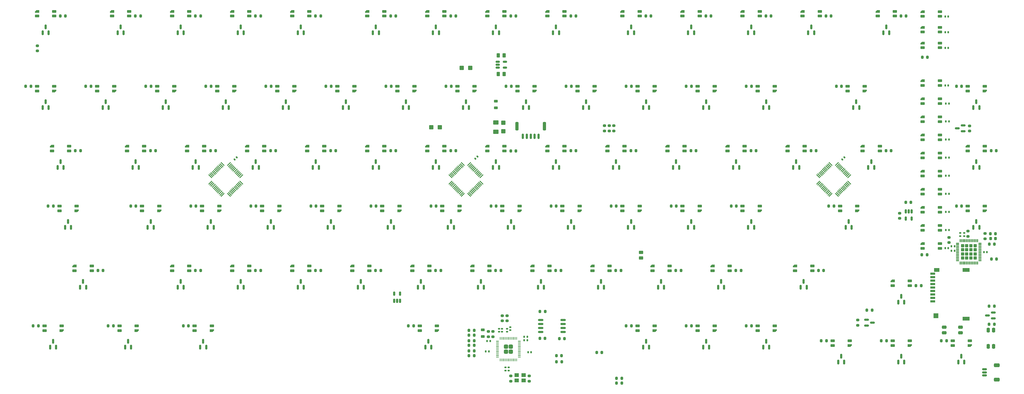
<source format=gbr>
%TF.GenerationSoftware,KiCad,Pcbnew,9.0.4*%
%TF.CreationDate,2025-10-15T10:28:25+01:00*%
%TF.ProjectId,SHEGO75-V2.2,53484547-4f37-4352-9d56-322e322e6b69,rev?*%
%TF.SameCoordinates,Original*%
%TF.FileFunction,Paste,Bot*%
%TF.FilePolarity,Positive*%
%FSLAX46Y46*%
G04 Gerber Fmt 4.6, Leading zero omitted, Abs format (unit mm)*
G04 Created by KiCad (PCBNEW 9.0.4) date 2025-10-15 10:28:25*
%MOMM*%
%LPD*%
G01*
G04 APERTURE LIST*
G04 Aperture macros list*
%AMRoundRect*
0 Rectangle with rounded corners*
0 $1 Rounding radius*
0 $2 $3 $4 $5 $6 $7 $8 $9 X,Y pos of 4 corners*
0 Add a 4 corners polygon primitive as box body*
4,1,4,$2,$3,$4,$5,$6,$7,$8,$9,$2,$3,0*
0 Add four circle primitives for the rounded corners*
1,1,$1+$1,$2,$3*
1,1,$1+$1,$4,$5*
1,1,$1+$1,$6,$7*
1,1,$1+$1,$8,$9*
0 Add four rect primitives between the rounded corners*
20,1,$1+$1,$2,$3,$4,$5,0*
20,1,$1+$1,$4,$5,$6,$7,0*
20,1,$1+$1,$6,$7,$8,$9,0*
20,1,$1+$1,$8,$9,$2,$3,0*%
%AMFreePoly0*
4,1,18,-0.410000,0.593000,-0.403758,0.624380,-0.385983,0.650983,-0.359380,0.668758,-0.328000,0.675000,0.328000,0.675000,0.359380,0.668758,0.385983,0.650983,0.403758,0.624380,0.410000,0.593000,0.410000,-0.593000,0.403758,-0.624380,0.385983,-0.650983,0.359380,-0.668758,0.328000,-0.675000,0.000000,-0.675000,-0.410000,-0.265000,-0.410000,0.593000,-0.410000,0.593000,$1*%
G04 Aperture macros list end*
%ADD10RoundRect,0.150000X0.150000X-0.587500X0.150000X0.587500X-0.150000X0.587500X-0.150000X-0.587500X0*%
%ADD11RoundRect,0.200000X0.200000X0.275000X-0.200000X0.275000X-0.200000X-0.275000X0.200000X-0.275000X0*%
%ADD12RoundRect,0.200000X-0.275000X0.200000X-0.275000X-0.200000X0.275000X-0.200000X0.275000X0.200000X0*%
%ADD13RoundRect,0.250000X0.475000X0.250000X-0.475000X0.250000X-0.475000X-0.250000X0.475000X-0.250000X0*%
%ADD14RoundRect,0.082000X0.593000X-0.328000X0.593000X0.328000X-0.593000X0.328000X-0.593000X-0.328000X0*%
%ADD15FreePoly0,90.000000*%
%ADD16RoundRect,0.140000X-0.140000X-0.170000X0.140000X-0.170000X0.140000X0.170000X-0.140000X0.170000X0*%
%ADD17RoundRect,0.200000X-0.200000X-0.275000X0.200000X-0.275000X0.200000X0.275000X-0.200000X0.275000X0*%
%ADD18RoundRect,0.162500X-0.650000X-0.162500X0.650000X-0.162500X0.650000X0.162500X-0.650000X0.162500X0*%
%ADD19RoundRect,0.082000X-0.593000X0.328000X-0.593000X-0.328000X0.593000X-0.328000X0.593000X0.328000X0*%
%ADD20FreePoly0,270.000000*%
%ADD21RoundRect,0.150000X-0.150000X0.512500X-0.150000X-0.512500X0.150000X-0.512500X0.150000X0.512500X0*%
%ADD22RoundRect,0.140000X0.170000X-0.140000X0.170000X0.140000X-0.170000X0.140000X-0.170000X-0.140000X0*%
%ADD23RoundRect,0.218750X0.381250X-0.218750X0.381250X0.218750X-0.381250X0.218750X-0.381250X-0.218750X0*%
%ADD24RoundRect,0.218750X-0.381250X0.218750X-0.381250X-0.218750X0.381250X-0.218750X0.381250X0.218750X0*%
%ADD25RoundRect,0.200000X0.275000X-0.200000X0.275000X0.200000X-0.275000X0.200000X-0.275000X-0.200000X0*%
%ADD26RoundRect,0.250000X0.457500X0.445000X-0.457500X0.445000X-0.457500X-0.445000X0.457500X-0.445000X0*%
%ADD27R,1.600000X0.700000*%
%ADD28R,1.500000X1.600000*%
%ADD29R,1.800000X1.200000*%
%ADD30R,2.200000X1.200000*%
%ADD31RoundRect,0.249999X0.395001X0.395001X-0.395001X0.395001X-0.395001X-0.395001X0.395001X-0.395001X0*%
%ADD32RoundRect,0.050000X0.387500X0.050000X-0.387500X0.050000X-0.387500X-0.050000X0.387500X-0.050000X0*%
%ADD33RoundRect,0.050000X0.050000X0.387500X-0.050000X0.387500X-0.050000X-0.387500X0.050000X-0.387500X0*%
%ADD34RoundRect,0.140000X0.140000X0.170000X-0.140000X0.170000X-0.140000X-0.170000X0.140000X-0.170000X0*%
%ADD35RoundRect,0.140000X0.021213X-0.219203X0.219203X-0.021213X-0.021213X0.219203X-0.219203X0.021213X0*%
%ADD36RoundRect,0.150000X-0.587500X-0.150000X0.587500X-0.150000X0.587500X0.150000X-0.587500X0.150000X0*%
%ADD37RoundRect,0.250000X-0.262500X-0.450000X0.262500X-0.450000X0.262500X0.450000X-0.262500X0.450000X0*%
%ADD38RoundRect,0.250000X0.250000X-0.475000X0.250000X0.475000X-0.250000X0.475000X-0.250000X-0.475000X0*%
%ADD39RoundRect,0.218750X-0.218750X-0.256250X0.218750X-0.256250X0.218750X0.256250X-0.218750X0.256250X0*%
%ADD40RoundRect,0.140000X-0.170000X0.140000X-0.170000X-0.140000X0.170000X-0.140000X0.170000X0.140000X0*%
%ADD41R,1.400000X1.200000*%
%ADD42RoundRect,0.150000X-0.512500X-0.150000X0.512500X-0.150000X0.512500X0.150000X-0.512500X0.150000X0*%
%ADD43RoundRect,0.075000X-0.521491X0.415425X0.415425X-0.521491X0.521491X-0.415425X-0.415425X0.521491X0*%
%ADD44RoundRect,0.075000X-0.521491X-0.415425X-0.415425X-0.521491X0.521491X0.415425X0.415425X0.521491X0*%
%ADD45RoundRect,0.150000X-0.150000X-0.700000X0.150000X-0.700000X0.150000X0.700000X-0.150000X0.700000X0*%
%ADD46RoundRect,0.250000X-0.250000X-1.100000X0.250000X-1.100000X0.250000X1.100000X-0.250000X1.100000X0*%
%ADD47RoundRect,0.250001X0.624999X-0.462499X0.624999X0.462499X-0.624999X0.462499X-0.624999X-0.462499X0*%
%ADD48RoundRect,0.250000X-0.457500X-0.445000X0.457500X-0.445000X0.457500X0.445000X-0.457500X0.445000X0*%
%ADD49RoundRect,0.250000X0.262500X0.450000X-0.262500X0.450000X-0.262500X-0.450000X0.262500X-0.450000X0*%
%ADD50RoundRect,0.150000X0.150000X-0.512500X0.150000X0.512500X-0.150000X0.512500X-0.150000X-0.512500X0*%
%ADD51RoundRect,0.150000X0.587500X0.150000X-0.587500X0.150000X-0.587500X-0.150000X0.587500X-0.150000X0*%
%ADD52RoundRect,0.250000X0.445000X-0.457500X0.445000X0.457500X-0.445000X0.457500X-0.445000X-0.457500X0*%
%ADD53RoundRect,0.250000X0.450000X-0.262500X0.450000X0.262500X-0.450000X0.262500X-0.450000X-0.262500X0*%
%ADD54RoundRect,0.250000X-0.285000X0.285000X-0.285000X-0.285000X0.285000X-0.285000X0.285000X0.285000X0*%
%ADD55RoundRect,0.037500X-0.087500X0.437500X-0.087500X-0.437500X0.087500X-0.437500X0.087500X0.437500X0*%
%ADD56RoundRect,0.037500X-0.437500X0.087500X-0.437500X-0.087500X0.437500X-0.087500X0.437500X0.087500X0*%
%ADD57RoundRect,0.150000X-0.625000X0.150000X-0.625000X-0.150000X0.625000X-0.150000X0.625000X0.150000X0*%
%ADD58RoundRect,0.250000X-0.650000X0.350000X-0.650000X-0.350000X0.650000X-0.350000X0.650000X0.350000X0*%
G04 APERTURE END LIST*
D10*
%TO.C,HE81*%
X328612500Y-141937500D03*
X327662500Y-143812500D03*
X329562500Y-143812500D03*
%TD*%
D11*
%TO.C,R21*%
X220875000Y-150500000D03*
X219225000Y-150500000D03*
%TD*%
%TO.C,R20*%
X220875000Y-149000000D03*
X219225000Y-149000000D03*
%TD*%
D12*
%TO.C,C31*%
X336150000Y-102925000D03*
X336150000Y-104575000D03*
%TD*%
D13*
%TO.C,ESP_BOOT1*%
X328325000Y-132750000D03*
X323175000Y-132750000D03*
X328325000Y-134450000D03*
X323175000Y-134450000D03*
%TD*%
D14*
%TO.C,LED79*%
X287787500Y-137045000D03*
X287787500Y-138545000D03*
X293237500Y-137045000D03*
D15*
X293237500Y-138545000D03*
%TD*%
D16*
%TO.C,CA10*%
X323520000Y-55800000D03*
X324480000Y-55800000D03*
%TD*%
D17*
%TO.C,CL67*%
X218987500Y-114712500D03*
X220637500Y-114712500D03*
%TD*%
D10*
%TO.C,HE25*%
X229550000Y-62850000D03*
X227650000Y-62850000D03*
X228600000Y-60975000D03*
%TD*%
D17*
%TO.C,CL40*%
X242800000Y-76612500D03*
X244450000Y-76612500D03*
%TD*%
D10*
%TO.C,HE65*%
X177162500Y-120000000D03*
X175262500Y-120000000D03*
X176212500Y-118125000D03*
%TD*%
D18*
%TO.C,U4*%
X195144980Y-134239000D03*
X195144980Y-132969000D03*
X195144980Y-131699000D03*
X195144980Y-130429000D03*
X202319980Y-130429000D03*
X202319980Y-131699000D03*
X202319980Y-132969000D03*
X202319980Y-134239000D03*
%TD*%
D19*
%TO.C,LED59*%
X52731250Y-114732500D03*
X52731250Y-113232500D03*
X47281250Y-114732500D03*
D20*
X47281250Y-113232500D03*
%TD*%
D11*
%TO.C,CL19*%
X109625000Y-56062500D03*
X107975000Y-56062500D03*
%TD*%
D19*
%TO.C,AMB4*%
X321812232Y-90344456D03*
X321812232Y-88844456D03*
X316362232Y-90344456D03*
D20*
X316362232Y-88844456D03*
%TD*%
D11*
%TO.C,CL18*%
X90575000Y-56062500D03*
X88925000Y-56062500D03*
%TD*%
%TO.C,CL76*%
X223925000Y-132262500D03*
X222275000Y-132262500D03*
%TD*%
%TO.C,CL28*%
X290600000Y-56062500D03*
X288950000Y-56062500D03*
%TD*%
D19*
%TO.C,LED31*%
X69400000Y-76632500D03*
X69400000Y-75132500D03*
X63950000Y-76632500D03*
D20*
X63950000Y-75132500D03*
%TD*%
D19*
%TO.C,LED67*%
X217037500Y-114732500D03*
X217037500Y-113232500D03*
X211587500Y-114732500D03*
D20*
X211587500Y-113232500D03*
%TD*%
D17*
%TO.C,R23*%
X316116200Y-109668199D03*
X317766200Y-109668199D03*
%TD*%
%TO.C,CL36*%
X166600000Y-76612500D03*
X168250000Y-76612500D03*
%TD*%
D21*
%TO.C,U2*%
X310962001Y-95862500D03*
X311912000Y-95862500D03*
X312861999Y-95862500D03*
X312861999Y-98137500D03*
X310962001Y-98137500D03*
%TD*%
D17*
%TO.C,CL34*%
X128500000Y-76612500D03*
X130150000Y-76612500D03*
%TD*%
D22*
%TO.C,EC2*%
X329500000Y-103730000D03*
X329500000Y-102770000D03*
%TD*%
D17*
%TO.C,C14*%
X310975000Y-93000000D03*
X312625000Y-93000000D03*
%TD*%
D10*
%TO.C,HE1*%
X39050000Y-39037500D03*
X37150000Y-39037500D03*
X38100000Y-37162500D03*
%TD*%
%TO.C,HE59*%
X50956250Y-120000000D03*
X49056250Y-120000000D03*
X50006250Y-118125000D03*
%TD*%
D17*
%TO.C,CL43*%
X304712500Y-76612500D03*
X306362500Y-76612500D03*
%TD*%
D11*
%TO.C,CL17*%
X71525000Y-56062500D03*
X69875000Y-56062500D03*
%TD*%
D16*
%TO.C,CA4*%
X323727107Y-90305669D03*
X324687107Y-90305669D03*
%TD*%
%TO.C,CA6*%
X323727107Y-78803780D03*
X324687107Y-78803780D03*
%TD*%
D23*
%TO.C,FB1*%
X180974848Y-62974948D03*
X180974848Y-60849948D03*
%TD*%
D19*
%TO.C,AMB10*%
X321812768Y-55816360D03*
X321812768Y-54316360D03*
X316362768Y-55816360D03*
D20*
X316362768Y-54316360D03*
%TD*%
D14*
%TO.C,LED57*%
X290168750Y-94182500D03*
X290168750Y-95682500D03*
X295618750Y-94182500D03*
D15*
X295618750Y-95682500D03*
%TD*%
D24*
%TO.C,FB2*%
X176801880Y-133555332D03*
X176801880Y-135680332D03*
%TD*%
D10*
%TO.C,HE19*%
X115250000Y-62850000D03*
X113350000Y-62850000D03*
X114300000Y-60975000D03*
%TD*%
D11*
%TO.C,C29*%
X174075000Y-135250000D03*
X172425000Y-135250000D03*
%TD*%
D17*
%TO.C,CL9*%
X204700000Y-33750000D03*
X206350000Y-33750000D03*
%TD*%
D19*
%TO.C,LED64*%
X159887500Y-114732500D03*
X159887500Y-113232500D03*
X154437500Y-114732500D03*
D20*
X154437500Y-113232500D03*
%TD*%
D19*
%TO.C,LED10*%
X226562500Y-33770000D03*
X226562500Y-32270000D03*
X221112500Y-33770000D03*
D20*
X221112500Y-32270000D03*
%TD*%
D19*
%TO.C,LED65*%
X178937500Y-114732500D03*
X178937500Y-113232500D03*
X173487500Y-114732500D03*
D20*
X173487500Y-113232500D03*
%TD*%
D25*
%TO.C,C26*%
X185727680Y-149892832D03*
X185727680Y-148242832D03*
%TD*%
D26*
%TO.C,C23*%
X163150500Y-69088000D03*
X160445500Y-69088000D03*
%TD*%
D11*
%TO.C,CL52*%
X181062500Y-94162500D03*
X179412500Y-94162500D03*
%TD*%
D10*
%TO.C,HE67*%
X215262500Y-120000000D03*
X213362500Y-120000000D03*
X214312500Y-118125000D03*
%TD*%
D27*
%TO.C,SD1*%
X319532000Y-124473600D03*
X319532000Y-123373600D03*
X319532000Y-122273600D03*
X319532000Y-121173600D03*
X319532000Y-120073600D03*
X319532000Y-118973600D03*
X319532000Y-117873600D03*
X319532000Y-116773600D03*
D28*
X320582000Y-129073600D03*
D29*
X320832000Y-114473600D03*
D30*
X330132000Y-129973600D03*
X330132000Y-114473600D03*
D27*
X319532000Y-115673600D03*
%TD*%
D22*
%TO.C,C10*%
X184533880Y-134152032D03*
X184533880Y-133192032D03*
%TD*%
D10*
%TO.C,HE48*%
X110487500Y-100950000D03*
X108587500Y-100950000D03*
X109537500Y-99075000D03*
%TD*%
%TO.C,HE39*%
X220025000Y-81900000D03*
X218125000Y-81900000D03*
X219075000Y-80025000D03*
%TD*%
D19*
%TO.C,LED69*%
X255137500Y-114732500D03*
X255137500Y-113232500D03*
X249687500Y-114732500D03*
D20*
X249687500Y-113232500D03*
%TD*%
D10*
%TO.C,HE43*%
X300987500Y-81900000D03*
X299087500Y-81900000D03*
X300037500Y-80025000D03*
%TD*%
D19*
%TO.C,LED37*%
X183700000Y-76632500D03*
X183700000Y-75132500D03*
X178250000Y-76632500D03*
D20*
X178250000Y-75132500D03*
%TD*%
D10*
%TO.C,HE80*%
X310512500Y-143812500D03*
X308612500Y-143812500D03*
X309562500Y-141937500D03*
%TD*%
%TO.C,HE28*%
X296225000Y-62850000D03*
X294325000Y-62850000D03*
X295275000Y-60975000D03*
%TD*%
D31*
%TO.C,U5*%
X185731780Y-140491148D03*
X185731780Y-138891148D03*
X184131780Y-140491148D03*
X184131780Y-138891148D03*
D32*
X188369280Y-137091148D03*
X188369280Y-137491149D03*
X188369280Y-137891148D03*
X188369280Y-138291148D03*
X188369280Y-138691148D03*
X188369280Y-139091147D03*
X188369280Y-139491148D03*
X188369280Y-139891148D03*
X188369280Y-140291149D03*
X188369280Y-140691148D03*
X188369280Y-141091148D03*
X188369280Y-141491148D03*
X188369280Y-141891147D03*
X188369280Y-142291148D03*
D33*
X187531780Y-143128648D03*
X187131779Y-143128648D03*
X186731780Y-143128648D03*
X186331780Y-143128648D03*
X185931780Y-143128648D03*
X185531781Y-143128648D03*
X185131780Y-143128648D03*
X184731780Y-143128648D03*
X184331779Y-143128648D03*
X183931780Y-143128648D03*
X183531780Y-143128648D03*
X183131780Y-143128648D03*
X182731781Y-143128648D03*
X182331780Y-143128648D03*
D32*
X181494280Y-142291148D03*
X181494280Y-141891147D03*
X181494280Y-141491148D03*
X181494280Y-141091148D03*
X181494280Y-140691148D03*
X181494280Y-140291149D03*
X181494280Y-139891148D03*
X181494280Y-139491148D03*
X181494280Y-139091147D03*
X181494280Y-138691148D03*
X181494280Y-138291148D03*
X181494280Y-137891148D03*
X181494280Y-137491149D03*
X181494280Y-137091148D03*
D33*
X182331780Y-136253648D03*
X182731781Y-136253648D03*
X183131780Y-136253648D03*
X183531780Y-136253648D03*
X183931780Y-136253648D03*
X184331779Y-136253648D03*
X184731780Y-136253648D03*
X185131780Y-136253648D03*
X185531781Y-136253648D03*
X185931780Y-136253648D03*
X186331780Y-136253648D03*
X186731780Y-136253648D03*
X187131779Y-136253648D03*
X187531780Y-136253648D03*
%TD*%
D17*
%TO.C,CL31*%
X71350000Y-76612500D03*
X73000000Y-76612500D03*
%TD*%
D16*
%TO.C,CG3*%
X323520000Y-43900001D03*
X324480000Y-43900001D03*
%TD*%
D10*
%TO.C,HE74*%
X89056250Y-139050000D03*
X87156250Y-139050000D03*
X88106250Y-137175000D03*
%TD*%
%TO.C,HE40*%
X239075000Y-81900000D03*
X237175000Y-81900000D03*
X238125000Y-80025000D03*
%TD*%
D12*
%TO.C,R16*%
X295750000Y-130425000D03*
X295750000Y-132075000D03*
%TD*%
D34*
%TO.C,EC3*%
X326460000Y-107000000D03*
X325500000Y-107000000D03*
%TD*%
D17*
%TO.C,CL6*%
X147550000Y-33750000D03*
X149200000Y-33750000D03*
%TD*%
D14*
%TO.C,LED56*%
X259212500Y-94182500D03*
X259212500Y-95682500D03*
X264662500Y-94182500D03*
D15*
X264662500Y-95682500D03*
%TD*%
D19*
%TO.C,AMB3*%
X321812232Y-96099139D03*
X321812232Y-94599139D03*
X316362232Y-96099139D03*
D20*
X316362232Y-94599139D03*
%TD*%
D25*
%TO.C,C20*%
X216900000Y-70300000D03*
X216900000Y-68650000D03*
%TD*%
D16*
%TO.C,C5*%
X191170000Y-140650000D03*
X192130000Y-140650000D03*
%TD*%
D25*
%TO.C,C16*%
X178539480Y-135741632D03*
X178539480Y-134091632D03*
%TD*%
D10*
%TO.C,HE61*%
X100962500Y-120000000D03*
X99062500Y-120000000D03*
X100012500Y-118125000D03*
%TD*%
D14*
%TO.C,LED80*%
X306837500Y-137045000D03*
X306837500Y-138545000D03*
X312287500Y-137045000D03*
D15*
X312287500Y-138545000D03*
%TD*%
D10*
%TO.C,HE49*%
X129537500Y-100950000D03*
X127637500Y-100950000D03*
X128587500Y-99075000D03*
%TD*%
%TO.C,HE22*%
X172400000Y-62850000D03*
X170500000Y-62850000D03*
X171450000Y-60975000D03*
%TD*%
D11*
%TO.C,CL27*%
X262025000Y-56062500D03*
X260375000Y-56062500D03*
%TD*%
%TO.C,R18*%
X201825000Y-143750000D03*
X200175000Y-143750000D03*
%TD*%
D17*
%TO.C,CL42*%
X280900000Y-76612500D03*
X282550000Y-76612500D03*
%TD*%
D10*
%TO.C,HE53*%
X205737500Y-100950000D03*
X203837500Y-100950000D03*
X204787500Y-99075000D03*
%TD*%
D16*
%TO.C,C4*%
X189952500Y-135750000D03*
X190912500Y-135750000D03*
%TD*%
D11*
%TO.C,CL20*%
X128675000Y-56062500D03*
X127025000Y-56062500D03*
%TD*%
D22*
%TO.C,C2*%
X185499080Y-133669432D03*
X185499080Y-132709432D03*
%TD*%
D19*
%TO.C,LED42*%
X278950000Y-76632500D03*
X278950000Y-75132500D03*
X273500000Y-76632500D03*
D20*
X273500000Y-75132500D03*
%TD*%
D14*
%TO.C,LED55*%
X240162500Y-94182500D03*
X240162500Y-95682500D03*
X245612500Y-94182500D03*
D15*
X245612500Y-95682500D03*
%TD*%
D14*
%TO.C,LED47*%
X87762500Y-94182500D03*
X87762500Y-95682500D03*
X93212500Y-94182500D03*
D15*
X93212500Y-95682500D03*
%TD*%
D19*
%TO.C,LED62*%
X121787500Y-114732500D03*
X121787500Y-113232500D03*
X116337500Y-114732500D03*
D20*
X116337500Y-113232500D03*
%TD*%
D10*
%TO.C,HE51*%
X167637500Y-100950000D03*
X165737500Y-100950000D03*
X166687500Y-99075000D03*
%TD*%
D11*
%TO.C,R8*%
X174075000Y-137000000D03*
X172425000Y-137000000D03*
%TD*%
D35*
%TO.C,MC1*%
X98060589Y-79339411D03*
X98739411Y-78660589D03*
%TD*%
D17*
%TO.C,CL65*%
X180887500Y-114712500D03*
X182537500Y-114712500D03*
%TD*%
D11*
%TO.C,CL74*%
X83431250Y-132262500D03*
X81781250Y-132262500D03*
%TD*%
D36*
%TO.C,Q3*%
X298562500Y-132200000D03*
X298562500Y-130300000D03*
X300437500Y-131250000D03*
%TD*%
D11*
%TO.C,CL24*%
X204875000Y-56062500D03*
X203225000Y-56062500D03*
%TD*%
%TO.C,CL80*%
X304887500Y-137025000D03*
X303237500Y-137025000D03*
%TD*%
D17*
%TO.C,R15*%
X200155000Y-141750000D03*
X201805000Y-141750000D03*
%TD*%
D19*
%TO.C,LED5*%
X121787500Y-33770000D03*
X121787500Y-32270000D03*
X116337500Y-33770000D03*
D20*
X116337500Y-32270000D03*
%TD*%
D11*
%TO.C,R24*%
X317867800Y-46863000D03*
X316217800Y-46863000D03*
%TD*%
D14*
%TO.C,LED17*%
X73475000Y-56082500D03*
X73475000Y-57582500D03*
X78925000Y-56082500D03*
D15*
X78925000Y-57582500D03*
%TD*%
D10*
%TO.C,HE62*%
X120012500Y-120000000D03*
X118112500Y-120000000D03*
X119062500Y-118125000D03*
%TD*%
D16*
%TO.C,CA5*%
X323727107Y-84554724D03*
X324687107Y-84554724D03*
%TD*%
D11*
%TO.C,CL50*%
X142962500Y-94162500D03*
X141312500Y-94162500D03*
%TD*%
D22*
%TO.C,C1*%
X182908280Y-134152032D03*
X182908280Y-133192032D03*
%TD*%
D10*
%TO.C,HE14*%
X305750000Y-39037500D03*
X303850000Y-39037500D03*
X304800000Y-37162500D03*
%TD*%
D14*
%TO.C,LED19*%
X111575000Y-56082500D03*
X111575000Y-57582500D03*
X117025000Y-56082500D03*
D15*
X117025000Y-57582500D03*
%TD*%
D17*
%TO.C,CL13*%
X285662500Y-33750000D03*
X287312500Y-33750000D03*
%TD*%
D10*
%TO.C,HE24*%
X210500000Y-62850000D03*
X208600000Y-62850000D03*
X209550000Y-60975000D03*
%TD*%
%TO.C,HE60*%
X81912500Y-120000000D03*
X80012500Y-120000000D03*
X80962500Y-118125000D03*
%TD*%
D17*
%TO.C,CL38*%
X204700000Y-76612500D03*
X206350000Y-76612500D03*
%TD*%
%TO.C,CL11*%
X247562500Y-33750000D03*
X249212500Y-33750000D03*
%TD*%
D14*
%TO.C,LED72*%
X37756250Y-132282500D03*
X37756250Y-133782500D03*
X43206250Y-132282500D03*
D15*
X43206250Y-133782500D03*
%TD*%
D19*
%TO.C,LED68*%
X236087500Y-114732500D03*
X236087500Y-113232500D03*
X230637500Y-114732500D03*
D20*
X230637500Y-113232500D03*
%TD*%
D14*
%TO.C,LED73*%
X61568750Y-132282500D03*
X61568750Y-133782500D03*
X67018750Y-132282500D03*
D15*
X67018750Y-133782500D03*
%TD*%
D10*
%TO.C,HE57*%
X293843750Y-100950000D03*
X291943750Y-100950000D03*
X292893750Y-99075000D03*
%TD*%
D17*
%TO.C,CL14*%
X309475000Y-33750000D03*
X311125000Y-33750000D03*
%TD*%
D34*
%TO.C,EC5*%
X326453570Y-108379983D03*
X325493570Y-108379983D03*
%TD*%
D17*
%TO.C,CL68*%
X238037500Y-114712500D03*
X239687500Y-114712500D03*
%TD*%
D37*
%TO.C,C12*%
X181713500Y-46228000D03*
X183538500Y-46228000D03*
%TD*%
D17*
%TO.C,CL71*%
X314237500Y-119475000D03*
X315887500Y-119475000D03*
%TD*%
%TO.C,CL44*%
X338050000Y-76612500D03*
X339700000Y-76612500D03*
%TD*%
%TO.C,CL1*%
X42775000Y-33750000D03*
X44425000Y-33750000D03*
%TD*%
D11*
%TO.C,CL58*%
X328700000Y-94162500D03*
X327050000Y-94162500D03*
%TD*%
D17*
%TO.C,CL3*%
X85637500Y-33750000D03*
X87287500Y-33750000D03*
%TD*%
D11*
%TO.C,CL21*%
X147725000Y-56062500D03*
X146075000Y-56062500D03*
%TD*%
D17*
%TO.C,CL66*%
X199937500Y-114712500D03*
X201587500Y-114712500D03*
%TD*%
%TO.C,CL4*%
X104687500Y-33750000D03*
X106337500Y-33750000D03*
%TD*%
D14*
%TO.C,LED26*%
X244925000Y-56082500D03*
X244925000Y-57582500D03*
X250375000Y-56082500D03*
D15*
X250375000Y-57582500D03*
%TD*%
D17*
%TO.C,CL61*%
X104687500Y-114712500D03*
X106337500Y-114712500D03*
%TD*%
D10*
%TO.C,HE44*%
X334325000Y-81900000D03*
X332425000Y-81900000D03*
X333375000Y-80025000D03*
%TD*%
D11*
%TO.C,R7*%
X174075000Y-140250000D03*
X172425000Y-140250000D03*
%TD*%
D17*
%TO.C,CL30*%
X47537500Y-76612500D03*
X49187500Y-76612500D03*
%TD*%
D19*
%TO.C,LED39*%
X221800000Y-76632500D03*
X221800000Y-75132500D03*
X216350000Y-76632500D03*
D20*
X216350000Y-75132500D03*
%TD*%
D38*
%TO.C,EN1*%
X338850000Y-138825000D03*
X338850000Y-133675000D03*
X337150000Y-138825000D03*
X337150000Y-133675000D03*
%TD*%
D11*
%TO.C,CL16*%
X52475000Y-56062500D03*
X50825000Y-56062500D03*
%TD*%
D10*
%TO.C,HE12*%
X262887500Y-39037500D03*
X260987500Y-39037500D03*
X261937500Y-37162500D03*
%TD*%
D14*
%TO.C,LED76*%
X225875000Y-132282500D03*
X225875000Y-133782500D03*
X231325000Y-132282500D03*
D15*
X231325000Y-133782500D03*
%TD*%
D16*
%TO.C,CA9*%
X323727107Y-61550945D03*
X324687107Y-61550945D03*
%TD*%
D12*
%TO.C,R1*%
X184483080Y-129062432D03*
X184483080Y-130712432D03*
%TD*%
D14*
%TO.C,LED18*%
X92525000Y-56082500D03*
X92525000Y-57582500D03*
X97975000Y-56082500D03*
D15*
X97975000Y-57582500D03*
%TD*%
D19*
%TO.C,LED14*%
X307525000Y-33770000D03*
X307525000Y-32270000D03*
X302075000Y-33770000D03*
D20*
X302075000Y-32270000D03*
%TD*%
D19*
%TO.C,LED4*%
X102737500Y-33770000D03*
X102737500Y-32270000D03*
X97287500Y-33770000D03*
D20*
X97287500Y-32270000D03*
%TD*%
D19*
%TO.C,GLO2*%
X321812232Y-38849968D03*
X321812232Y-37349968D03*
X316362232Y-38849968D03*
D20*
X316362232Y-37349968D03*
%TD*%
D19*
%TO.C,LED66*%
X197987500Y-114732500D03*
X197987500Y-113232500D03*
X192537500Y-114732500D03*
D20*
X192537500Y-113232500D03*
%TD*%
D14*
%TO.C,LED75*%
X156818750Y-132282500D03*
X156818750Y-133782500D03*
X162268750Y-132282500D03*
D15*
X162268750Y-133782500D03*
%TD*%
D10*
%TO.C,HE15*%
X39050000Y-62850000D03*
X37150000Y-62850000D03*
X38100000Y-60975000D03*
%TD*%
%TO.C,HE34*%
X124775000Y-81900000D03*
X122875000Y-81900000D03*
X123825000Y-80025000D03*
%TD*%
D14*
%TO.C,LED27*%
X263975000Y-56082500D03*
X263975000Y-57582500D03*
X269425000Y-56082500D03*
D15*
X269425000Y-57582500D03*
%TD*%
D19*
%TO.C,LED8*%
X183700000Y-33770000D03*
X183700000Y-32270000D03*
X178250000Y-33770000D03*
D20*
X178250000Y-32270000D03*
%TD*%
D19*
%TO.C,AMB9*%
X321812232Y-61571043D03*
X321812232Y-60071043D03*
X316362232Y-61571043D03*
D20*
X316362232Y-60071043D03*
%TD*%
D11*
%TO.C,CL81*%
X323937500Y-137025000D03*
X322287500Y-137025000D03*
%TD*%
D16*
%TO.C,CG1*%
X323520000Y-33900000D03*
X324480000Y-33900000D03*
%TD*%
D14*
%TO.C,LED23*%
X187775000Y-56082500D03*
X187775000Y-57582500D03*
X193225000Y-56082500D03*
D15*
X193225000Y-57582500D03*
%TD*%
D14*
%TO.C,LED53*%
X202062500Y-94182500D03*
X202062500Y-95682500D03*
X207512500Y-94182500D03*
D15*
X207512500Y-95682500D03*
%TD*%
D25*
%TO.C,C19*%
X218400000Y-70300000D03*
X218400000Y-68650000D03*
%TD*%
D10*
%TO.C,HE33*%
X105725000Y-81900000D03*
X103825000Y-81900000D03*
X104775000Y-80025000D03*
%TD*%
D25*
%TO.C,C15*%
X309025000Y-98087000D03*
X309025000Y-96437000D03*
%TD*%
D10*
%TO.C,HE63*%
X139062500Y-120000000D03*
X137162500Y-120000000D03*
X138112500Y-118125000D03*
%TD*%
D14*
%TO.C,LED49*%
X125862500Y-94182500D03*
X125862500Y-95682500D03*
X131312500Y-94182500D03*
D15*
X131312500Y-95682500D03*
%TD*%
D10*
%TO.C,HE71*%
X310512500Y-124762500D03*
X308612500Y-124762500D03*
X309562500Y-122887500D03*
%TD*%
D14*
%TO.C,LED48*%
X106812500Y-94182500D03*
X106812500Y-95682500D03*
X112262500Y-94182500D03*
D15*
X112262500Y-95682500D03*
%TD*%
D10*
%TO.C,HE10*%
X224787500Y-39037500D03*
X222887500Y-39037500D03*
X223837500Y-37162500D03*
%TD*%
D39*
%TO.C,D1*%
X337912499Y-104500000D03*
X339487501Y-104500000D03*
%TD*%
D19*
%TO.C,LED11*%
X245612500Y-33770000D03*
X245612500Y-32270000D03*
X240162500Y-33770000D03*
D20*
X240162500Y-32270000D03*
%TD*%
D16*
%TO.C,CG2*%
X323520000Y-38900000D03*
X324480000Y-38900000D03*
%TD*%
D10*
%TO.C,HE37*%
X181925000Y-81900000D03*
X180025000Y-81900000D03*
X180975000Y-80025000D03*
%TD*%
D17*
%TO.C,CL70*%
X283281250Y-114712500D03*
X284931250Y-114712500D03*
%TD*%
D10*
%TO.C,HE77*%
X248600000Y-139050000D03*
X246700000Y-139050000D03*
X247650000Y-137175000D03*
%TD*%
D16*
%TO.C,CA3*%
X323727107Y-96056614D03*
X324687107Y-96056614D03*
%TD*%
D40*
%TO.C,C3*%
X183997420Y-145520000D03*
X183997420Y-146480000D03*
%TD*%
D10*
%TO.C,HE16*%
X58100000Y-62850000D03*
X56200000Y-62850000D03*
X57150000Y-60975000D03*
%TD*%
D11*
%TO.C,C27*%
X174075000Y-141750000D03*
X172425000Y-141750000D03*
%TD*%
D17*
%TO.C,R4*%
X194926880Y-127750000D03*
X196576880Y-127750000D03*
%TD*%
D11*
%TO.C,CL77*%
X242975000Y-132262500D03*
X241325000Y-132262500D03*
%TD*%
%TO.C,CL78*%
X262025000Y-132262500D03*
X260375000Y-132262500D03*
%TD*%
D41*
%TO.C,Y1*%
X187523280Y-147935032D03*
X189723280Y-147935032D03*
X189723280Y-149635032D03*
X187523280Y-149635032D03*
%TD*%
D19*
%TO.C,LED9*%
X202750000Y-33770000D03*
X202750000Y-32270000D03*
X197300000Y-33770000D03*
D20*
X197300000Y-32270000D03*
%TD*%
D19*
%TO.C,LED13*%
X283712500Y-33770000D03*
X283712500Y-32270000D03*
X278262500Y-33770000D03*
D20*
X278262500Y-32270000D03*
%TD*%
D14*
%TO.C,LED16*%
X54425000Y-56082500D03*
X54425000Y-57582500D03*
X59875000Y-56082500D03*
D15*
X59875000Y-57582500D03*
%TD*%
D17*
%TO.C,R5*%
X212925000Y-140750000D03*
X214575000Y-140750000D03*
%TD*%
D14*
%TO.C,LED28*%
X292550000Y-56082500D03*
X292550000Y-57582500D03*
X298000000Y-56082500D03*
D15*
X298000000Y-57582500D03*
%TD*%
D10*
%TO.C,HE23*%
X191449840Y-62849948D03*
X189549840Y-62849948D03*
X190499840Y-60974948D03*
%TD*%
D11*
%TO.C,CL29*%
X328700000Y-56062500D03*
X327050000Y-56062500D03*
%TD*%
D19*
%TO.C,AMB7*%
X321812232Y-73080408D03*
X321812232Y-71580408D03*
X316362232Y-73080408D03*
D20*
X316362232Y-71580408D03*
%TD*%
D14*
%TO.C,LED20*%
X130625000Y-56082500D03*
X130625000Y-57582500D03*
X136075000Y-56082500D03*
D15*
X136075000Y-57582500D03*
%TD*%
D19*
%TO.C,LED30*%
X45587500Y-76632500D03*
X45587500Y-75132500D03*
X40137500Y-76632500D03*
D20*
X40137500Y-75132500D03*
%TD*%
D14*
%TO.C,LED22*%
X168725000Y-56082500D03*
X168725000Y-57582500D03*
X174175000Y-56082500D03*
D15*
X174175000Y-57582500D03*
%TD*%
D10*
%TO.C,HE31*%
X67625000Y-81900000D03*
X65725000Y-81900000D03*
X66675000Y-80025000D03*
%TD*%
D19*
%TO.C,LED40*%
X240850000Y-76632500D03*
X240850000Y-75132500D03*
X235400000Y-76632500D03*
D20*
X235400000Y-75132500D03*
%TD*%
D10*
%TO.C,HE42*%
X277175000Y-81900000D03*
X275275000Y-81900000D03*
X276225000Y-80025000D03*
%TD*%
D11*
%TO.C,CL25*%
X223925000Y-56062500D03*
X222275000Y-56062500D03*
%TD*%
D10*
%TO.C,HE79*%
X291462500Y-143812500D03*
X289562500Y-143812500D03*
X290512500Y-141937500D03*
%TD*%
D12*
%TO.C,C25*%
X191518880Y-148242832D03*
X191518880Y-149892832D03*
%TD*%
D10*
%TO.C,HE76*%
X229550000Y-139050000D03*
X227650000Y-139050000D03*
X228600000Y-137175000D03*
%TD*%
D11*
%TO.C,CL23*%
X185825000Y-56062500D03*
X184175000Y-56062500D03*
%TD*%
D10*
%TO.C,HE9*%
X200975000Y-39037500D03*
X199075000Y-39037500D03*
X200025000Y-37162500D03*
%TD*%
D19*
%TO.C,LED7*%
X164650000Y-33770000D03*
X164650000Y-32270000D03*
X159200000Y-33770000D03*
D20*
X159200000Y-32270000D03*
%TD*%
D25*
%TO.C,C21*%
X215392000Y-70300000D03*
X215392000Y-68650000D03*
%TD*%
D17*
%TO.C,CL5*%
X123737500Y-33750000D03*
X125387500Y-33750000D03*
%TD*%
D42*
%TO.C,U1*%
X181560572Y-50159998D03*
X181560572Y-49209999D03*
X181560572Y-48260000D03*
X183835572Y-48260000D03*
X183835572Y-50159998D03*
%TD*%
D11*
%TO.C,CL22*%
X166775000Y-56062500D03*
X165125000Y-56062500D03*
%TD*%
D25*
%TO.C,R2*%
X182983080Y-130712432D03*
X182983080Y-129062432D03*
%TD*%
D17*
%TO.C,CL7*%
X166600000Y-33750000D03*
X168250000Y-33750000D03*
%TD*%
D19*
%TO.C,LED2*%
X64637500Y-33770000D03*
X64637500Y-32270000D03*
X59187500Y-33770000D03*
D20*
X59187500Y-32270000D03*
%TD*%
D11*
%TO.C,CL26*%
X242975000Y-56062500D03*
X241325000Y-56062500D03*
%TD*%
D43*
%TO.C,MUX3*%
X283243374Y-84726212D03*
X283596928Y-84372658D03*
X283950481Y-84019105D03*
X284304035Y-83665551D03*
X284657588Y-83311998D03*
X285011141Y-82958445D03*
X285364695Y-82604891D03*
X285718248Y-82251338D03*
X286071801Y-81897785D03*
X286425355Y-81544231D03*
X286778908Y-81190678D03*
X287132462Y-80837124D03*
D44*
X289130038Y-80837124D03*
X289483592Y-81190678D03*
X289837145Y-81544231D03*
X290190699Y-81897785D03*
X290544252Y-82251338D03*
X290897805Y-82604891D03*
X291251359Y-82958445D03*
X291604912Y-83311998D03*
X291958465Y-83665551D03*
X292312019Y-84019105D03*
X292665572Y-84372658D03*
X293019126Y-84726212D03*
D43*
X293019126Y-86723788D03*
X292665572Y-87077342D03*
X292312019Y-87430895D03*
X291958465Y-87784449D03*
X291604912Y-88138002D03*
X291251359Y-88491555D03*
X290897805Y-88845109D03*
X290544252Y-89198662D03*
X290190699Y-89552215D03*
X289837145Y-89905769D03*
X289483592Y-90259322D03*
X289130038Y-90612876D03*
D44*
X287132462Y-90612876D03*
X286778908Y-90259322D03*
X286425355Y-89905769D03*
X286071801Y-89552215D03*
X285718248Y-89198662D03*
X285364695Y-88845109D03*
X285011141Y-88491555D03*
X284657588Y-88138002D03*
X284304035Y-87784449D03*
X283950481Y-87430895D03*
X283596928Y-87077342D03*
X283243374Y-86723788D03*
%TD*%
D10*
%TO.C,HE55*%
X243837500Y-100950000D03*
X241937500Y-100950000D03*
X242887500Y-99075000D03*
%TD*%
%TO.C,HE2*%
X62862500Y-39037500D03*
X60962500Y-39037500D03*
X61912500Y-37162500D03*
%TD*%
D19*
%TO.C,LED43*%
X302762500Y-76632500D03*
X302762500Y-75132500D03*
X297312500Y-76632500D03*
D20*
X297312500Y-75132500D03*
%TD*%
D19*
%TO.C,LED61*%
X102737500Y-114732500D03*
X102737500Y-113232500D03*
X97287500Y-114732500D03*
D20*
X97287500Y-113232500D03*
%TD*%
D10*
%TO.C,HE36*%
X162875000Y-81900000D03*
X160975000Y-81900000D03*
X161925000Y-80025000D03*
%TD*%
%TO.C,HE13*%
X281937500Y-39037500D03*
X280037500Y-39037500D03*
X280987500Y-37162500D03*
%TD*%
D17*
%TO.C,CL59*%
X54681250Y-114712500D03*
X56331250Y-114712500D03*
%TD*%
D19*
%TO.C,AMB2*%
X321812232Y-101853821D03*
X321812232Y-100353821D03*
X316362232Y-101853821D03*
D20*
X316362232Y-100353821D03*
%TD*%
D10*
%TO.C,HE58*%
X334325000Y-100950000D03*
X332425000Y-100950000D03*
X333375000Y-99075000D03*
%TD*%
%TO.C,HE38*%
X200975000Y-81900000D03*
X199075000Y-81900000D03*
X200025000Y-80025000D03*
%TD*%
D35*
%TO.C,MC3*%
X174460589Y-79139411D03*
X175139411Y-78460589D03*
%TD*%
D10*
%TO.C,HE26*%
X248600000Y-62850000D03*
X246700000Y-62850000D03*
X247650000Y-60975000D03*
%TD*%
%TO.C,HE56*%
X262887500Y-100950000D03*
X260987500Y-100950000D03*
X261937500Y-99075000D03*
%TD*%
D19*
%TO.C,LED38*%
X202750000Y-76632500D03*
X202750000Y-75132500D03*
X197300000Y-76632500D03*
D20*
X197300000Y-75132500D03*
%TD*%
D11*
%TO.C,CL73*%
X59618750Y-132262500D03*
X57968750Y-132262500D03*
%TD*%
D19*
%TO.C,LED34*%
X126550000Y-76632500D03*
X126550000Y-75132500D03*
X121100000Y-76632500D03*
D20*
X121100000Y-75132500D03*
%TD*%
D11*
%TO.C,R9*%
X339075000Y-126000000D03*
X337425000Y-126000000D03*
%TD*%
D10*
%TO.C,HE47*%
X91437500Y-100950000D03*
X89537500Y-100950000D03*
X90487500Y-99075000D03*
%TD*%
D17*
%TO.C,C18*%
X201077043Y-136369223D03*
X202727043Y-136369223D03*
%TD*%
D35*
%TO.C,MC2*%
X290860589Y-79339411D03*
X291539411Y-78660589D03*
%TD*%
D19*
%TO.C,AMB1*%
X321812232Y-107608504D03*
X321812232Y-106108504D03*
X316362232Y-107608504D03*
D20*
X316362232Y-106108504D03*
%TD*%
D10*
%TO.C,HE64*%
X158112500Y-120000000D03*
X156212500Y-120000000D03*
X157162500Y-118125000D03*
%TD*%
%TO.C,HE68*%
X234312500Y-120000000D03*
X232412500Y-120000000D03*
X233362500Y-118125000D03*
%TD*%
D45*
%TO.C,JST1*%
X189518601Y-71983600D03*
X190768600Y-71983600D03*
X192018600Y-71983601D03*
X193268600Y-71983600D03*
X194518599Y-71983600D03*
D46*
X187668600Y-68783600D03*
X196368600Y-68783600D03*
%TD*%
D14*
%TO.C,LED78*%
X263975000Y-132282500D03*
X263975000Y-133782500D03*
X269425000Y-132282500D03*
D15*
X269425000Y-133782500D03*
%TD*%
D19*
%TO.C,LED32*%
X88450000Y-76632500D03*
X88450000Y-75132500D03*
X83000000Y-76632500D03*
D20*
X83000000Y-75132500D03*
%TD*%
D16*
%TO.C,EC4*%
X335770000Y-108850000D03*
X336730000Y-108850000D03*
%TD*%
D17*
%TO.C,CL60*%
X85637500Y-114712500D03*
X87287500Y-114712500D03*
%TD*%
D10*
%TO.C,HE32*%
X86675000Y-81900000D03*
X84775000Y-81900000D03*
X85725000Y-80025000D03*
%TD*%
D11*
%TO.C,CL51*%
X162012500Y-94162500D03*
X160362500Y-94162500D03*
%TD*%
D19*
%TO.C,LED41*%
X259900000Y-76632500D03*
X259900000Y-75132500D03*
X254450000Y-76632500D03*
D20*
X254450000Y-75132500D03*
%TD*%
D10*
%TO.C,HE41*%
X258125000Y-81900000D03*
X256225000Y-81900000D03*
X257175000Y-80025000D03*
%TD*%
%TO.C,HE70*%
X279556250Y-120000000D03*
X277656250Y-120000000D03*
X278606250Y-118125000D03*
%TD*%
D19*
%TO.C,LED3*%
X83687500Y-33770000D03*
X83687500Y-32270000D03*
X78237500Y-33770000D03*
D20*
X78237500Y-32270000D03*
%TD*%
D11*
%TO.C,CL54*%
X219162500Y-94162500D03*
X217512500Y-94162500D03*
%TD*%
D19*
%TO.C,LED1*%
X40825000Y-33770000D03*
X40825000Y-32270000D03*
X35375000Y-33770000D03*
D20*
X35375000Y-32270000D03*
%TD*%
D47*
%TO.C,F1*%
X180974848Y-70543692D03*
X180974848Y-67568692D03*
%TD*%
D19*
%TO.C,LED12*%
X264662500Y-33770000D03*
X264662500Y-32270000D03*
X259212500Y-33770000D03*
D20*
X259212500Y-32270000D03*
%TD*%
D17*
%TO.C,R14*%
X338175000Y-111000000D03*
X339825000Y-111000000D03*
%TD*%
D34*
%TO.C,C7*%
X177770000Y-140400000D03*
X178730000Y-140400000D03*
%TD*%
D17*
%TO.C,CL69*%
X257087500Y-114712500D03*
X258737500Y-114712500D03*
%TD*%
D25*
%TO.C,R12*%
X324750000Y-105825000D03*
X324750000Y-104175000D03*
%TD*%
D11*
%TO.C,CL75*%
X154868750Y-132262500D03*
X153218750Y-132262500D03*
%TD*%
D19*
%TO.C,AMB8*%
X321812232Y-67325725D03*
X321812232Y-65825725D03*
X316362232Y-67325725D03*
D20*
X316362232Y-65825725D03*
%TD*%
D17*
%TO.C,CL2*%
X66587500Y-33750000D03*
X68237500Y-33750000D03*
%TD*%
D10*
%TO.C,HE75*%
X160493750Y-139050000D03*
X158593750Y-139050000D03*
X159543750Y-137175000D03*
%TD*%
%TO.C,HE78*%
X267650000Y-139050000D03*
X265750000Y-139050000D03*
X266700000Y-137175000D03*
%TD*%
D17*
%TO.C,CL41*%
X261850000Y-76612500D03*
X263500000Y-76612500D03*
%TD*%
D43*
%TO.C,MUX1*%
X90362124Y-84726212D03*
X90715678Y-84372658D03*
X91069231Y-84019105D03*
X91422785Y-83665551D03*
X91776338Y-83311998D03*
X92129891Y-82958445D03*
X92483445Y-82604891D03*
X92836998Y-82251338D03*
X93190551Y-81897785D03*
X93544105Y-81544231D03*
X93897658Y-81190678D03*
X94251212Y-80837124D03*
D44*
X96248788Y-80837124D03*
X96602342Y-81190678D03*
X96955895Y-81544231D03*
X97309449Y-81897785D03*
X97663002Y-82251338D03*
X98016555Y-82604891D03*
X98370109Y-82958445D03*
X98723662Y-83311998D03*
X99077215Y-83665551D03*
X99430769Y-84019105D03*
X99784322Y-84372658D03*
X100137876Y-84726212D03*
D43*
X100137876Y-86723788D03*
X99784322Y-87077342D03*
X99430769Y-87430895D03*
X99077215Y-87784449D03*
X98723662Y-88138002D03*
X98370109Y-88491555D03*
X98016555Y-88845109D03*
X97663002Y-89198662D03*
X97309449Y-89552215D03*
X96955895Y-89905769D03*
X96602342Y-90259322D03*
X96248788Y-90612876D03*
D44*
X94251212Y-90612876D03*
X93897658Y-90259322D03*
X93544105Y-89905769D03*
X93190551Y-89552215D03*
X92836998Y-89198662D03*
X92483445Y-88845109D03*
X92129891Y-88491555D03*
X91776338Y-88138002D03*
X91422785Y-87784449D03*
X91069231Y-87430895D03*
X90715678Y-87077342D03*
X90362124Y-86723788D03*
%TD*%
D19*
%TO.C,AMB5*%
X321812232Y-84589773D03*
X321812232Y-83089773D03*
X316362232Y-84589773D03*
D20*
X316362232Y-83089773D03*
%TD*%
D10*
%TO.C,HE72*%
X41431250Y-139050000D03*
X39531250Y-139050000D03*
X40481250Y-137175000D03*
%TD*%
D11*
%TO.C,CL56*%
X257262500Y-94162500D03*
X255612500Y-94162500D03*
%TD*%
D19*
%TO.C,GLO1*%
X321812232Y-43849968D03*
X321812232Y-42349968D03*
X316362232Y-43849968D03*
D20*
X316362232Y-42349968D03*
%TD*%
D11*
%TO.C,CL48*%
X104862500Y-94162500D03*
X103212500Y-94162500D03*
%TD*%
D10*
%TO.C,HE54*%
X224787500Y-100950000D03*
X222887500Y-100950000D03*
X223837500Y-99075000D03*
%TD*%
%TO.C,HE30*%
X43812500Y-81900000D03*
X41912500Y-81900000D03*
X42862500Y-80025000D03*
%TD*%
%TO.C,HE18*%
X96200000Y-62850000D03*
X94300000Y-62850000D03*
X95250000Y-60975000D03*
%TD*%
D34*
%TO.C,C8*%
X179130000Y-137075632D03*
X178170000Y-137075632D03*
%TD*%
D10*
%TO.C,HE6*%
X143825000Y-39037500D03*
X141925000Y-39037500D03*
X142875000Y-37162500D03*
%TD*%
D19*
%TO.C,LED36*%
X164650000Y-76632500D03*
X164650000Y-75132500D03*
X159200000Y-76632500D03*
D20*
X159200000Y-75132500D03*
%TD*%
D11*
%TO.C,CL47*%
X85812500Y-94162500D03*
X84162500Y-94162500D03*
%TD*%
D17*
%TO.C,R19*%
X337475000Y-106300000D03*
X339125000Y-106300000D03*
%TD*%
D11*
%TO.C,CL46*%
X66762500Y-94162500D03*
X65112500Y-94162500D03*
%TD*%
D14*
%TO.C,LED29*%
X330650000Y-56082500D03*
X330650000Y-57582500D03*
X336100000Y-56082500D03*
D15*
X336100000Y-57582500D03*
%TD*%
D14*
%TO.C,LED46*%
X68712500Y-94182500D03*
X68712500Y-95682500D03*
X74162500Y-94182500D03*
D15*
X74162500Y-95682500D03*
%TD*%
D11*
%TO.C,CL72*%
X35806250Y-132262500D03*
X34156250Y-132262500D03*
%TD*%
D17*
%TO.C,R17*%
X337825000Y-103000000D03*
X339475000Y-103000000D03*
%TD*%
D10*
%TO.C,HE73*%
X65243750Y-139050000D03*
X63343750Y-139050000D03*
X64293750Y-137175000D03*
%TD*%
D17*
%TO.C,R11*%
X337425000Y-131750000D03*
X339075000Y-131750000D03*
%TD*%
D14*
%TO.C,LED25*%
X225875000Y-56082500D03*
X225875000Y-57582500D03*
X231325000Y-56082500D03*
D15*
X231325000Y-57582500D03*
%TD*%
D19*
%TO.C,LED71*%
X312287500Y-119495000D03*
X312287500Y-117995000D03*
X306837500Y-119495000D03*
D20*
X306837500Y-117995000D03*
%TD*%
D48*
%TO.C,C24*%
X170147500Y-50250000D03*
X172852500Y-50250000D03*
%TD*%
D19*
%TO.C,LED33*%
X107500000Y-76632500D03*
X107500000Y-75132500D03*
X102050000Y-76632500D03*
D20*
X102050000Y-75132500D03*
%TD*%
D19*
%TO.C,LED60*%
X83687500Y-114732500D03*
X83687500Y-113232500D03*
X78237500Y-114732500D03*
D20*
X78237500Y-113232500D03*
%TD*%
D10*
%TO.C,HE27*%
X267650000Y-62850000D03*
X265750000Y-62850000D03*
X266700000Y-60975000D03*
%TD*%
D14*
%TO.C,LED77*%
X244925000Y-132282500D03*
X244925000Y-133782500D03*
X250375000Y-132282500D03*
D15*
X250375000Y-133782500D03*
%TD*%
D10*
%TO.C,HE4*%
X100962500Y-39037500D03*
X99062500Y-39037500D03*
X100012500Y-37162500D03*
%TD*%
D14*
%TO.C,LED45*%
X42518750Y-94182500D03*
X42518750Y-95682500D03*
X47968750Y-94182500D03*
D15*
X47968750Y-95682500D03*
%TD*%
D14*
%TO.C,LED81*%
X325887500Y-137045000D03*
X325887500Y-138545000D03*
X331337500Y-137045000D03*
D15*
X331337500Y-138545000D03*
%TD*%
D11*
%TO.C,R10*%
X174075000Y-133750000D03*
X172425000Y-133750000D03*
%TD*%
D19*
%TO.C,GLO3*%
X321812232Y-33849968D03*
X321812232Y-32349968D03*
X316362232Y-33849968D03*
D20*
X316362232Y-32349968D03*
%TD*%
D49*
%TO.C,C13*%
X183538500Y-52197000D03*
X181713500Y-52197000D03*
%TD*%
D25*
%TO.C,R22*%
X35500000Y-44825000D03*
X35500000Y-43175000D03*
%TD*%
D10*
%TO.C,HE17*%
X77150000Y-62850000D03*
X75250000Y-62850000D03*
X76200000Y-60975000D03*
%TD*%
D16*
%TO.C,CA1*%
X323500000Y-107558504D03*
X324460000Y-107558504D03*
%TD*%
D14*
%TO.C,LED15*%
X35375000Y-56082500D03*
X35375000Y-57582500D03*
X40825000Y-56082500D03*
D15*
X40825000Y-57582500D03*
%TD*%
D11*
%TO.C,C30*%
X300325000Y-127250000D03*
X298675000Y-127250000D03*
%TD*%
D17*
%TO.C,CL35*%
X147550000Y-76612500D03*
X149200000Y-76612500D03*
%TD*%
D11*
%TO.C,CL79*%
X285837500Y-137025000D03*
X284187500Y-137025000D03*
%TD*%
D14*
%TO.C,LED54*%
X221112500Y-94182500D03*
X221112500Y-95682500D03*
X226562500Y-94182500D03*
D15*
X226562500Y-95682500D03*
%TD*%
D11*
%TO.C,C28*%
X174075000Y-138500000D03*
X172425000Y-138500000D03*
%TD*%
D14*
%TO.C,LED51*%
X163962500Y-94182500D03*
X163962500Y-95682500D03*
X169412500Y-94182500D03*
D15*
X169412500Y-95682500D03*
%TD*%
D17*
%TO.C,CL63*%
X142787500Y-114712500D03*
X144437500Y-114712500D03*
%TD*%
D10*
%TO.C,HE69*%
X253362500Y-120000000D03*
X251462500Y-120000000D03*
X252412500Y-118125000D03*
%TD*%
%TO.C,HE66*%
X196212500Y-120000000D03*
X194312500Y-120000000D03*
X195262500Y-118125000D03*
%TD*%
D14*
%TO.C,LED24*%
X206825000Y-56082500D03*
X206825000Y-57582500D03*
X212275000Y-56082500D03*
D15*
X212275000Y-57582500D03*
%TD*%
D19*
%TO.C,AMB6*%
X321812232Y-78835091D03*
X321812232Y-77335091D03*
X316362232Y-78835091D03*
D20*
X316362232Y-77335091D03*
%TD*%
D40*
%TO.C,C6*%
X184993204Y-145520000D03*
X184993204Y-146480000D03*
%TD*%
D10*
%TO.C,HE52*%
X186687500Y-100950000D03*
X184787500Y-100950000D03*
X185737500Y-99075000D03*
%TD*%
D19*
%TO.C,LED63*%
X140837500Y-114732500D03*
X140837500Y-113232500D03*
X135387500Y-114732500D03*
D20*
X135387500Y-113232500D03*
%TD*%
D50*
%TO.C,U3*%
X150555999Y-124327500D03*
X149606000Y-124327500D03*
X148656001Y-124327500D03*
X148656001Y-122052500D03*
X150555999Y-122052500D03*
%TD*%
D16*
%TO.C,C11*%
X189952500Y-136875000D03*
X190912500Y-136875000D03*
%TD*%
D25*
%TO.C,R6*%
X331250000Y-70325000D03*
X331250000Y-68675000D03*
%TD*%
%TO.C,R13*%
X330750000Y-103825000D03*
X330750000Y-102175000D03*
%TD*%
%TO.C,C17*%
X180038080Y-135741632D03*
X180038080Y-134091632D03*
%TD*%
D14*
%TO.C,LED58*%
X330650000Y-94182500D03*
X330650000Y-95682500D03*
X336100000Y-94182500D03*
D15*
X336100000Y-95682500D03*
%TD*%
D16*
%TO.C,CA2*%
X323727107Y-101807559D03*
X324687107Y-101807559D03*
%TD*%
D11*
%TO.C,CL15*%
X33425000Y-56062500D03*
X31775000Y-56062500D03*
%TD*%
D19*
%TO.C,LED70*%
X281331250Y-114732500D03*
X281331250Y-113232500D03*
X275881250Y-114732500D03*
D20*
X275881250Y-113232500D03*
%TD*%
D14*
%TO.C,LED21*%
X149675000Y-56082500D03*
X149675000Y-57582500D03*
X155125000Y-56082500D03*
D15*
X155125000Y-57582500D03*
%TD*%
D11*
%TO.C,CL45*%
X40568750Y-94162500D03*
X38918750Y-94162500D03*
%TD*%
D51*
%TO.C,Q2*%
X338749999Y-128050000D03*
X338749999Y-129950000D03*
X336874998Y-129000000D03*
%TD*%
D22*
%TO.C,C9*%
X181943080Y-134152032D03*
X181943080Y-133192032D03*
%TD*%
D10*
%TO.C,HE7*%
X162875000Y-39037500D03*
X160975000Y-39037500D03*
X161925000Y-37162500D03*
%TD*%
D52*
%TO.C,VC1*%
X183356096Y-70408692D03*
X183356096Y-67703692D03*
%TD*%
D22*
%TO.C,EC1*%
X328250000Y-103730000D03*
X328250000Y-102770000D03*
%TD*%
D17*
%TO.C,CL64*%
X161837500Y-114712500D03*
X163487500Y-114712500D03*
%TD*%
D11*
%TO.C,CL55*%
X238212500Y-94162500D03*
X236562500Y-94162500D03*
%TD*%
D10*
%TO.C,HE29*%
X334325000Y-62850000D03*
X332425000Y-62850000D03*
X333375000Y-60975000D03*
%TD*%
D17*
%TO.C,CL10*%
X228512500Y-33750000D03*
X230162500Y-33750000D03*
%TD*%
D16*
%TO.C,CA8*%
X323727107Y-67301890D03*
X324687107Y-67301890D03*
%TD*%
D17*
%TO.C,CL39*%
X223750000Y-76612500D03*
X225400000Y-76612500D03*
%TD*%
D51*
%TO.C,Q1*%
X329187500Y-68500000D03*
X329187500Y-70400000D03*
X327312499Y-69450000D03*
%TD*%
D17*
%TO.C,CL32*%
X90400000Y-76612500D03*
X92050000Y-76612500D03*
%TD*%
D10*
%TO.C,HE46*%
X72387500Y-100950000D03*
X70487500Y-100950000D03*
X71437500Y-99075000D03*
%TD*%
D17*
%TO.C,CL8*%
X185650000Y-33750000D03*
X187300000Y-33750000D03*
%TD*%
D53*
%TO.C,C22*%
X227000000Y-110712500D03*
X227000000Y-108887500D03*
%TD*%
D43*
%TO.C,MUX2*%
X166562124Y-84726212D03*
X166915678Y-84372658D03*
X167269231Y-84019105D03*
X167622785Y-83665551D03*
X167976338Y-83311998D03*
X168329891Y-82958445D03*
X168683445Y-82604891D03*
X169036998Y-82251338D03*
X169390551Y-81897785D03*
X169744105Y-81544231D03*
X170097658Y-81190678D03*
X170451212Y-80837124D03*
D44*
X172448788Y-80837124D03*
X172802342Y-81190678D03*
X173155895Y-81544231D03*
X173509449Y-81897785D03*
X173863002Y-82251338D03*
X174216555Y-82604891D03*
X174570109Y-82958445D03*
X174923662Y-83311998D03*
X175277215Y-83665551D03*
X175630769Y-84019105D03*
X175984322Y-84372658D03*
X176337876Y-84726212D03*
D43*
X176337876Y-86723788D03*
X175984322Y-87077342D03*
X175630769Y-87430895D03*
X175277215Y-87784449D03*
X174923662Y-88138002D03*
X174570109Y-88491555D03*
X174216555Y-88845109D03*
X173863002Y-89198662D03*
X173509449Y-89552215D03*
X173155895Y-89905769D03*
X172802342Y-90259322D03*
X172448788Y-90612876D03*
D44*
X170451212Y-90612876D03*
X170097658Y-90259322D03*
X169744105Y-89905769D03*
X169390551Y-89552215D03*
X169036998Y-89198662D03*
X168683445Y-88845109D03*
X168329891Y-88491555D03*
X167976338Y-88138002D03*
X167622785Y-87784449D03*
X167269231Y-87430895D03*
X166915678Y-87077342D03*
X166562124Y-86723788D03*
%TD*%
D17*
%TO.C,CL12*%
X266612500Y-33750000D03*
X268262500Y-33750000D03*
%TD*%
D10*
%TO.C,HE3*%
X81912500Y-39037500D03*
X80012500Y-39037500D03*
X80962500Y-37162500D03*
%TD*%
D17*
%TO.C,CL33*%
X109450000Y-76612500D03*
X111100000Y-76612500D03*
%TD*%
D16*
%TO.C,CA7*%
X323727107Y-73052835D03*
X324687107Y-73052835D03*
%TD*%
D19*
%TO.C,LED6*%
X145600000Y-33770000D03*
X145600000Y-32270000D03*
X140150000Y-33770000D03*
D20*
X140150000Y-32270000D03*
%TD*%
D10*
%TO.C,HE21*%
X153350000Y-62850000D03*
X151450000Y-62850000D03*
X152400000Y-60975000D03*
%TD*%
D11*
%TO.C,CL49*%
X123912500Y-94162500D03*
X122262500Y-94162500D03*
%TD*%
D54*
%TO.C,U6*%
X332979999Y-106770000D03*
X331659999Y-106770000D03*
X330339999Y-106770000D03*
X329019999Y-106770000D03*
X332979999Y-108090000D03*
X331659999Y-108090000D03*
X330339999Y-108090000D03*
X329019999Y-108090000D03*
X332979999Y-109410000D03*
X331659999Y-109410000D03*
X330339999Y-109410000D03*
X329019999Y-109410000D03*
X332979999Y-110730000D03*
X331659999Y-110730000D03*
X330339999Y-110730000D03*
X329019999Y-110730000D03*
D55*
X328249999Y-105200000D03*
X328749999Y-105200000D03*
X329249999Y-105200000D03*
X329749999Y-105200000D03*
X330249999Y-105200000D03*
X330749999Y-105200000D03*
X331249999Y-105200000D03*
X331749999Y-105200000D03*
X332249999Y-105200000D03*
X332749999Y-105200000D03*
X333249999Y-105200000D03*
X333749999Y-105200000D03*
D56*
X334549999Y-106000000D03*
X334549999Y-106500000D03*
X334549999Y-107000000D03*
X334549999Y-107500000D03*
X334549999Y-108000000D03*
X334549999Y-108500000D03*
X334549999Y-109000000D03*
X334549999Y-109500000D03*
X334549999Y-110000000D03*
X334549999Y-110500000D03*
X334549999Y-111000000D03*
X334549999Y-111500000D03*
D55*
X333749999Y-112300000D03*
X333249999Y-112300000D03*
X332749999Y-112300000D03*
X332249999Y-112300000D03*
X331749999Y-112300000D03*
X331249999Y-112300000D03*
X330749999Y-112300000D03*
X330249999Y-112300000D03*
X329749999Y-112300000D03*
X329249999Y-112300000D03*
X328749999Y-112300000D03*
X328249999Y-112300000D03*
D56*
X327449999Y-111500000D03*
X327449999Y-111000000D03*
X327449999Y-110499999D03*
X327449999Y-110000000D03*
X327449999Y-109500000D03*
X327449999Y-109000000D03*
X327449999Y-108500000D03*
X327449999Y-108000000D03*
X327449999Y-107500000D03*
X327449999Y-107000001D03*
X327449999Y-106500000D03*
X327449999Y-106000000D03*
%TD*%
D57*
%TO.C,J1*%
X336000000Y-146075000D03*
X336000000Y-147075000D03*
X336000000Y-148075000D03*
D58*
X339875000Y-144775000D03*
X339875000Y-149375000D03*
%TD*%
D14*
%TO.C,LED74*%
X85381250Y-132282500D03*
X85381250Y-133782500D03*
X90831250Y-132282500D03*
D15*
X90831250Y-133782500D03*
%TD*%
D19*
%TO.C,LED44*%
X336100000Y-76632500D03*
X336100000Y-75132500D03*
X330650000Y-76632500D03*
D20*
X330650000Y-75132500D03*
%TD*%
D10*
%TO.C,HE45*%
X46193750Y-100950000D03*
X44293750Y-100950000D03*
X45243750Y-99075000D03*
%TD*%
D11*
%TO.C,CL53*%
X200112500Y-94162500D03*
X198462500Y-94162500D03*
%TD*%
D14*
%TO.C,LED50*%
X144912500Y-94182500D03*
X144912500Y-95682500D03*
X150362500Y-94182500D03*
D15*
X150362500Y-95682500D03*
%TD*%
D10*
%TO.C,HE35*%
X143825000Y-81900000D03*
X141925000Y-81900000D03*
X142875000Y-80025000D03*
%TD*%
D14*
%TO.C,LED52*%
X183012500Y-94182500D03*
X183012500Y-95682500D03*
X188462500Y-94182500D03*
D15*
X188462500Y-95682500D03*
%TD*%
D11*
%TO.C,CL57*%
X288218750Y-94162500D03*
X286568750Y-94162500D03*
%TD*%
D10*
%TO.C,HE20*%
X134300000Y-62850000D03*
X132400000Y-62850000D03*
X133350000Y-60975000D03*
%TD*%
D19*
%TO.C,LED35*%
X145600000Y-76632500D03*
X145600000Y-75132500D03*
X140150000Y-76632500D03*
D20*
X140150000Y-75132500D03*
%TD*%
D17*
%TO.C,CL62*%
X123737500Y-114712500D03*
X125387500Y-114712500D03*
%TD*%
D10*
%TO.C,HE8*%
X181925000Y-39037500D03*
X180025000Y-39037500D03*
X180975000Y-37162500D03*
%TD*%
%TO.C,HE50*%
X148587500Y-100950000D03*
X146687500Y-100950000D03*
X147637500Y-99075000D03*
%TD*%
D11*
%TO.C,R3*%
X196534880Y-136300000D03*
X194884880Y-136300000D03*
%TD*%
D17*
%TO.C,CL37*%
X185656484Y-76646420D03*
X187306484Y-76646420D03*
%TD*%
D10*
%TO.C,HE11*%
X243837500Y-39037500D03*
X241937500Y-39037500D03*
X242887500Y-37162500D03*
%TD*%
%TO.C,HE5*%
X120012500Y-39037500D03*
X118112500Y-39037500D03*
X119062500Y-37162500D03*
%TD*%
M02*

</source>
